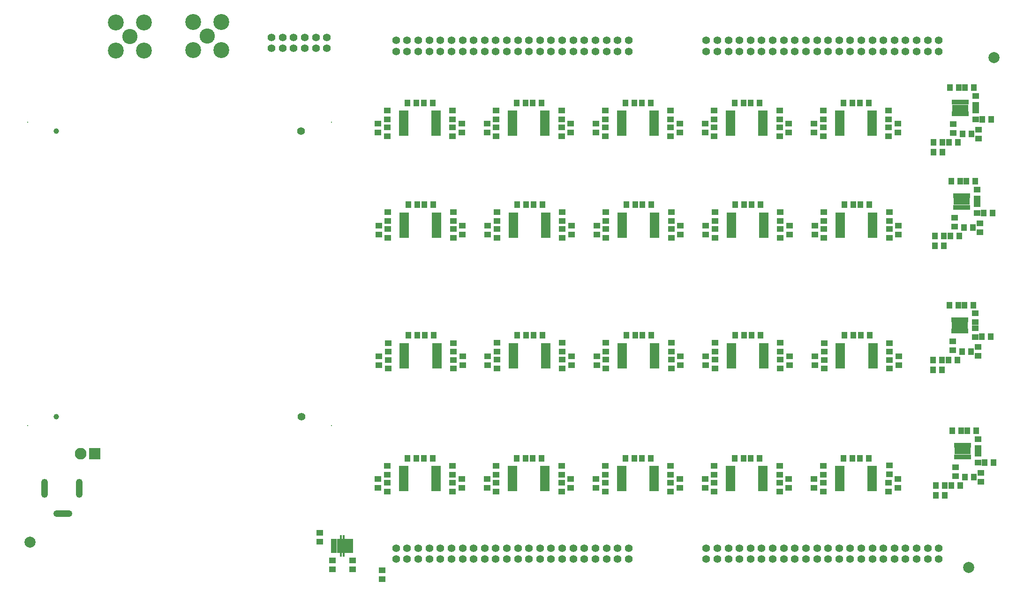
<source format=gbs>
G04*
G04 #@! TF.GenerationSoftware,Altium Limited,Altium Designer,23.3.1 (30)*
G04*
G04 Layer_Color=16711935*
%FSLAX44Y44*%
%MOMM*%
G71*
G04*
G04 #@! TF.SameCoordinates,BD36C32B-B9C7-4E4D-8C4A-4C0C75BD15CB*
G04*
G04*
G04 #@! TF.FilePolarity,Negative*
G04*
G01*
G75*
%ADD36C,0.0000*%
%ADD38C,2.0000*%
%ADD39R,0.9906X1.1684*%
%ADD43R,1.0532X0.4832*%
%ADD44R,1.8532X2.6032*%
%ADD45R,0.4232X0.9032*%
%ADD46R,1.1684X0.9906*%
%ADD47R,0.5032X0.8532*%
%ADD48R,2.8632X1.3032*%
%ADD49R,1.6782X0.6532*%
%ADD56O,3.4532X1.2032*%
%ADD57O,1.2032X3.4532*%
%ADD58R,0.2032X0.2032*%
%ADD59C,1.0033*%
%ADD60C,1.4031*%
%ADD61C,2.8702*%
%ADD62C,2.7432*%
%ADD63R,2.1032X2.1032*%
%ADD64C,2.1032*%
%ADD65C,1.4032*%
%ADD66C,0.7032*%
D36*
X432890Y496570D02*
G03*
X432890Y496570I-8710J0D01*
G01*
X407490D02*
G03*
X407490Y496570I-8710J0D01*
G01*
D38*
X307340Y336550D02*
D03*
X2048510Y1212850D02*
D03*
X2002790Y290830D02*
D03*
D39*
X2031057Y480990D02*
D03*
X2047059D02*
D03*
X1943427Y439080D02*
D03*
X1959429D02*
D03*
Y421300D02*
D03*
X1943427D02*
D03*
X1999688Y538140D02*
D03*
X2015690D02*
D03*
X1995878Y454320D02*
D03*
X2011880D02*
D03*
X1988639Y538140D02*
D03*
X1972637D02*
D03*
X1986861Y439080D02*
D03*
X1970859D02*
D03*
X1597152Y710819D02*
D03*
X1581150D02*
D03*
X1965960Y666369D02*
D03*
X1981962D02*
D03*
X1967738Y765429D02*
D03*
X1983740D02*
D03*
X2006981Y681609D02*
D03*
X1990979D02*
D03*
X2010791Y765429D02*
D03*
X1994789D02*
D03*
X1938528Y648589D02*
D03*
X1954530D02*
D03*
Y666369D02*
D03*
X1938528D02*
D03*
X2042160Y708279D02*
D03*
X2026158D02*
D03*
X1966722Y1059561D02*
D03*
X1982724D02*
D03*
X1968500Y1158621D02*
D03*
X1984502D02*
D03*
X2007743Y1074801D02*
D03*
X1991741D02*
D03*
X2011553Y1158621D02*
D03*
X1995551D02*
D03*
X1939290Y1041781D02*
D03*
X1955292D02*
D03*
Y1059561D02*
D03*
X1939290D02*
D03*
X2042922Y1101471D02*
D03*
X2026920D02*
D03*
X1985264Y890270D02*
D03*
X1969262D02*
D03*
X1987042Y989330D02*
D03*
X1971040D02*
D03*
X1994281Y905510D02*
D03*
X2010283D02*
D03*
X1998091Y989330D02*
D03*
X2014093D02*
D03*
X1957832Y872490D02*
D03*
X1941830D02*
D03*
Y890270D02*
D03*
X1957832D02*
D03*
X2029460Y932180D02*
D03*
X2045462D02*
D03*
X1778000Y947039D02*
D03*
X1794002D02*
D03*
X1807210D02*
D03*
X1823212D02*
D03*
X1610360Y710819D02*
D03*
X1626362D02*
D03*
X1792732Y488569D02*
D03*
X1776730D02*
D03*
X1821942D02*
D03*
X1805940D02*
D03*
X1232662Y710819D02*
D03*
X1216660D02*
D03*
X1203452D02*
D03*
X1187450D02*
D03*
X1429512D02*
D03*
X1413510D02*
D03*
X1006886Y710688D02*
D03*
X990884D02*
D03*
X1036096D02*
D03*
X1020094D02*
D03*
X1794286D02*
D03*
X1778284D02*
D03*
X1823496D02*
D03*
X1807494D02*
D03*
X1400302Y710819D02*
D03*
X1384300D02*
D03*
X1428242Y488569D02*
D03*
X1412240D02*
D03*
X1399032D02*
D03*
X1383030D02*
D03*
X1231392D02*
D03*
X1215390D02*
D03*
X1202182D02*
D03*
X1186180D02*
D03*
X1005332D02*
D03*
X989330D02*
D03*
X1034542D02*
D03*
X1018540D02*
D03*
X1595882D02*
D03*
X1579880D02*
D03*
X1625092D02*
D03*
X1609090D02*
D03*
X989330Y1131189D02*
D03*
X1005332D02*
D03*
X1018540D02*
D03*
X1034542D02*
D03*
X1006602Y947039D02*
D03*
X990600D02*
D03*
X1035812D02*
D03*
X1019810D02*
D03*
X1231392Y1131189D02*
D03*
X1215390D02*
D03*
X1202182D02*
D03*
X1186180D02*
D03*
X1203452Y947039D02*
D03*
X1187450D02*
D03*
X1232662D02*
D03*
X1216660D02*
D03*
X1428242Y1131189D02*
D03*
X1412240D02*
D03*
X1399032D02*
D03*
X1383030D02*
D03*
X1400302Y947039D02*
D03*
X1384300D02*
D03*
X1429512D02*
D03*
X1413510D02*
D03*
X1595882Y1131189D02*
D03*
X1579880D02*
D03*
X1625092D02*
D03*
X1609090D02*
D03*
X1597152Y947039D02*
D03*
X1581150D02*
D03*
X1626362D02*
D03*
X1610360D02*
D03*
X1792732Y1131189D02*
D03*
X1776730D02*
D03*
X1821942D02*
D03*
X1805940D02*
D03*
D43*
X856470Y320200D02*
D03*
Y325200D02*
D03*
Y330200D02*
D03*
Y335200D02*
D03*
Y340200D02*
D03*
X885970D02*
D03*
Y335200D02*
D03*
Y330200D02*
D03*
Y325200D02*
D03*
Y320200D02*
D03*
D44*
X871220Y330200D02*
D03*
D45*
X868720Y345700D02*
D03*
X873720D02*
D03*
Y314700D02*
D03*
X868720D02*
D03*
D46*
X943610Y270129D02*
D03*
Y286131D02*
D03*
X853440Y303911D02*
D03*
Y287909D02*
D03*
X830580Y337439D02*
D03*
Y353441D02*
D03*
X890270Y303911D02*
D03*
Y287909D02*
D03*
X1283970Y450850D02*
D03*
Y434848D02*
D03*
X1739900Y428498D02*
D03*
Y444500D02*
D03*
X1978479Y472481D02*
D03*
Y456479D02*
D03*
X2024199Y462321D02*
D03*
Y446319D02*
D03*
X2019119Y496611D02*
D03*
Y480609D02*
D03*
Y507279D02*
D03*
Y523281D02*
D03*
X1973580Y683768D02*
D03*
Y699770D02*
D03*
X2019300Y673608D02*
D03*
Y689610D02*
D03*
X2014220Y750570D02*
D03*
Y734568D02*
D03*
Y707898D02*
D03*
Y723900D02*
D03*
X1974342Y1076960D02*
D03*
Y1092962D02*
D03*
X2020062Y1066800D02*
D03*
Y1082802D02*
D03*
X2014982Y1143762D02*
D03*
Y1127760D02*
D03*
Y1101090D02*
D03*
Y1117092D02*
D03*
X2022602Y897509D02*
D03*
Y913511D02*
D03*
X1976882Y907669D02*
D03*
Y923671D02*
D03*
X2017522Y958469D02*
D03*
Y974471D02*
D03*
Y947801D02*
D03*
Y931799D02*
D03*
X1268730Y917448D02*
D03*
Y933450D02*
D03*
Y902970D02*
D03*
Y886968D02*
D03*
X1741170D02*
D03*
Y902970D02*
D03*
X1859280D02*
D03*
Y886968D02*
D03*
X1741170Y933450D02*
D03*
Y917448D02*
D03*
X1859280D02*
D03*
Y933450D02*
D03*
X1875790Y909320D02*
D03*
Y893318D02*
D03*
X1724660D02*
D03*
Y909320D02*
D03*
X1544320Y650748D02*
D03*
Y666750D02*
D03*
X1662430D02*
D03*
Y650748D02*
D03*
X1544320Y697230D02*
D03*
Y681228D02*
D03*
X1662430D02*
D03*
Y697230D02*
D03*
X1678940Y673100D02*
D03*
Y657098D02*
D03*
X1527810D02*
D03*
Y673100D02*
D03*
X1858010Y428498D02*
D03*
Y444500D02*
D03*
X1739900Y458978D02*
D03*
Y474980D02*
D03*
X1859280Y475361D02*
D03*
Y459359D02*
D03*
X1874520Y434848D02*
D03*
Y450850D02*
D03*
X1723390D02*
D03*
Y434848D02*
D03*
X1150620Y666750D02*
D03*
Y650748D02*
D03*
X1134110Y673100D02*
D03*
Y657098D02*
D03*
X1150620Y681228D02*
D03*
Y697230D02*
D03*
X1465580D02*
D03*
Y681228D02*
D03*
X1285240Y657098D02*
D03*
Y673100D02*
D03*
X937544Y672969D02*
D03*
Y656967D02*
D03*
X954054Y681097D02*
D03*
Y697099D02*
D03*
Y666619D02*
D03*
Y650617D02*
D03*
X1268730Y697230D02*
D03*
Y681228D02*
D03*
X1465580Y650748D02*
D03*
Y666750D02*
D03*
X1482090Y657098D02*
D03*
Y673100D02*
D03*
X1741454Y681097D02*
D03*
Y697099D02*
D03*
X1724944Y672969D02*
D03*
Y656967D02*
D03*
X1741454Y666619D02*
D03*
Y650617D02*
D03*
X1859564Y697099D02*
D03*
Y681097D02*
D03*
X1876074Y656967D02*
D03*
Y672969D02*
D03*
X1859564Y650617D02*
D03*
Y666619D02*
D03*
X1268730Y650748D02*
D03*
Y666750D02*
D03*
X1072164Y697099D02*
D03*
Y681097D02*
D03*
Y650617D02*
D03*
Y666619D02*
D03*
X1088674Y656967D02*
D03*
Y672969D02*
D03*
X1347470Y666750D02*
D03*
Y650748D02*
D03*
Y681228D02*
D03*
Y697230D02*
D03*
X1330960Y673100D02*
D03*
Y657098D02*
D03*
X1661160Y428498D02*
D03*
Y444500D02*
D03*
X1677670Y434848D02*
D03*
Y450850D02*
D03*
X1661160Y474980D02*
D03*
Y458978D02*
D03*
X1346200D02*
D03*
Y474980D02*
D03*
X1464310Y428498D02*
D03*
Y444500D02*
D03*
X1480820Y434848D02*
D03*
Y450850D02*
D03*
X1464310Y474980D02*
D03*
Y458978D02*
D03*
X1329690Y450850D02*
D03*
Y434848D02*
D03*
X1346200Y444500D02*
D03*
Y428498D02*
D03*
X1149350Y444500D02*
D03*
Y428498D02*
D03*
X952500Y444500D02*
D03*
Y428498D02*
D03*
X935990Y434848D02*
D03*
Y450850D02*
D03*
X952500Y458978D02*
D03*
Y474980D02*
D03*
X1267460Y428498D02*
D03*
Y444500D02*
D03*
Y474980D02*
D03*
Y458978D02*
D03*
X1132840Y450850D02*
D03*
Y434848D02*
D03*
X1149350Y458978D02*
D03*
Y474980D02*
D03*
X1070610D02*
D03*
Y458978D02*
D03*
Y428498D02*
D03*
Y444500D02*
D03*
X1087120Y434848D02*
D03*
Y450850D02*
D03*
X1543050Y458978D02*
D03*
Y474980D02*
D03*
X1526540Y450850D02*
D03*
Y434848D02*
D03*
X1543050Y444500D02*
D03*
Y428498D02*
D03*
X935990Y1077468D02*
D03*
Y1093470D02*
D03*
X952500Y1117600D02*
D03*
Y1101598D02*
D03*
Y1071118D02*
D03*
Y1087120D02*
D03*
X1070610Y1101598D02*
D03*
Y1117600D02*
D03*
X1149350Y1101598D02*
D03*
Y1117600D02*
D03*
X1070610Y1087120D02*
D03*
Y1071118D02*
D03*
X1087120Y1093470D02*
D03*
Y1077468D02*
D03*
X1132840Y1093470D02*
D03*
Y1077468D02*
D03*
X1149350Y1087120D02*
D03*
Y1071118D02*
D03*
X937260Y909320D02*
D03*
Y893318D02*
D03*
X953770Y917448D02*
D03*
Y933450D02*
D03*
Y902970D02*
D03*
Y886968D02*
D03*
X1071880Y933450D02*
D03*
Y917448D02*
D03*
X1150620D02*
D03*
Y933450D02*
D03*
X1071880Y886968D02*
D03*
Y902970D02*
D03*
X1088390Y893318D02*
D03*
Y909320D02*
D03*
X1134110D02*
D03*
Y893318D02*
D03*
X1150620Y902970D02*
D03*
Y886968D02*
D03*
X1267460Y1117600D02*
D03*
Y1101598D02*
D03*
X1346200D02*
D03*
Y1117600D02*
D03*
X1283970Y1077468D02*
D03*
Y1093470D02*
D03*
X1329690D02*
D03*
Y1077468D02*
D03*
X1267460Y1071118D02*
D03*
Y1087120D02*
D03*
X1346200D02*
D03*
Y1071118D02*
D03*
X1347470Y917448D02*
D03*
Y933450D02*
D03*
X1464310Y1117600D02*
D03*
Y1101598D02*
D03*
X1543050D02*
D03*
Y1117600D02*
D03*
X1526540Y1093470D02*
D03*
Y1077468D02*
D03*
X1480820D02*
D03*
Y1093470D02*
D03*
X1464310Y1071118D02*
D03*
Y1087120D02*
D03*
X1543050D02*
D03*
Y1071118D02*
D03*
X1465580Y933450D02*
D03*
Y917448D02*
D03*
X1544320D02*
D03*
Y933450D02*
D03*
X1285240Y893318D02*
D03*
Y909320D02*
D03*
X1330960D02*
D03*
Y893318D02*
D03*
X1347470Y902970D02*
D03*
Y886968D02*
D03*
X1482090Y893318D02*
D03*
Y909320D02*
D03*
X1527810D02*
D03*
Y893318D02*
D03*
X1465580Y886968D02*
D03*
Y902970D02*
D03*
X1544320D02*
D03*
Y886968D02*
D03*
X1661160Y1117600D02*
D03*
Y1101598D02*
D03*
X1677670Y1077468D02*
D03*
Y1093470D02*
D03*
X1723390D02*
D03*
Y1077468D02*
D03*
X1739900Y1101598D02*
D03*
Y1117600D02*
D03*
X1662430Y933450D02*
D03*
Y917448D02*
D03*
X1661160Y1071118D02*
D03*
Y1087120D02*
D03*
X1739900D02*
D03*
Y1071118D02*
D03*
X1662430Y886968D02*
D03*
Y902970D02*
D03*
X1678940Y893318D02*
D03*
Y909320D02*
D03*
X1858010Y1117600D02*
D03*
Y1101598D02*
D03*
X1874520Y1077468D02*
D03*
Y1093470D02*
D03*
X1858010Y1071118D02*
D03*
Y1087120D02*
D03*
D47*
X1978860Y512150D02*
D03*
X1983860D02*
D03*
X1988860D02*
D03*
X1993860D02*
D03*
X1998860D02*
D03*
X2003860D02*
D03*
Y491150D02*
D03*
X1998860D02*
D03*
X1993860D02*
D03*
X1988860D02*
D03*
X1983860D02*
D03*
X1978860D02*
D03*
X1973961Y718439D02*
D03*
X1978961D02*
D03*
X1983961D02*
D03*
X1988961D02*
D03*
X1993961D02*
D03*
X1998961D02*
D03*
Y739439D02*
D03*
X1993961D02*
D03*
X1988961D02*
D03*
X1983961D02*
D03*
X1978961D02*
D03*
X1973961D02*
D03*
X1974723Y1111631D02*
D03*
X1979723D02*
D03*
X1984723D02*
D03*
X1989723D02*
D03*
X1994723D02*
D03*
X1999723D02*
D03*
Y1132631D02*
D03*
X1994723D02*
D03*
X1989723D02*
D03*
X1984723D02*
D03*
X1979723D02*
D03*
X1974723D02*
D03*
X1977263Y963340D02*
D03*
X1982263D02*
D03*
X1987263D02*
D03*
X1992263D02*
D03*
X1997263D02*
D03*
X2002263D02*
D03*
Y942340D02*
D03*
X1997263D02*
D03*
X1992263D02*
D03*
X1987263D02*
D03*
X1982263D02*
D03*
X1977263D02*
D03*
D48*
X1991360Y501650D02*
D03*
X1986461Y728939D02*
D03*
X1987223Y1122131D02*
D03*
X1989763Y952840D02*
D03*
D49*
X1770591Y929709D02*
D03*
Y923209D02*
D03*
Y916709D02*
D03*
Y910209D02*
D03*
Y903709D02*
D03*
Y897209D02*
D03*
Y890709D02*
D03*
X1829351D02*
D03*
Y897209D02*
D03*
Y903709D02*
D03*
Y910209D02*
D03*
Y916709D02*
D03*
Y923209D02*
D03*
Y929709D02*
D03*
X1573741Y693489D02*
D03*
Y686989D02*
D03*
Y680489D02*
D03*
Y673989D02*
D03*
Y667489D02*
D03*
Y660989D02*
D03*
Y654489D02*
D03*
X1632501D02*
D03*
Y660989D02*
D03*
Y667489D02*
D03*
Y673989D02*
D03*
Y680489D02*
D03*
Y686989D02*
D03*
Y693489D02*
D03*
X1828081Y471239D02*
D03*
Y464739D02*
D03*
Y458239D02*
D03*
Y451739D02*
D03*
Y445239D02*
D03*
Y438739D02*
D03*
Y432239D02*
D03*
X1769321D02*
D03*
Y438739D02*
D03*
Y445239D02*
D03*
Y451739D02*
D03*
Y458239D02*
D03*
Y464739D02*
D03*
Y471239D02*
D03*
X1042235Y693358D02*
D03*
Y686858D02*
D03*
Y680358D02*
D03*
Y673858D02*
D03*
Y667358D02*
D03*
Y660858D02*
D03*
Y654358D02*
D03*
X983475D02*
D03*
Y660858D02*
D03*
Y667358D02*
D03*
Y673858D02*
D03*
Y680358D02*
D03*
Y686858D02*
D03*
Y693358D02*
D03*
X1238801Y693489D02*
D03*
Y686989D02*
D03*
Y680489D02*
D03*
Y673989D02*
D03*
Y667489D02*
D03*
Y660989D02*
D03*
Y654489D02*
D03*
X1180041D02*
D03*
Y660989D02*
D03*
Y667489D02*
D03*
Y673989D02*
D03*
Y680489D02*
D03*
Y686989D02*
D03*
Y693489D02*
D03*
X1435651D02*
D03*
Y686989D02*
D03*
Y680489D02*
D03*
Y673989D02*
D03*
Y667489D02*
D03*
Y660989D02*
D03*
Y654489D02*
D03*
X1376891D02*
D03*
Y660989D02*
D03*
Y667489D02*
D03*
Y673989D02*
D03*
Y680489D02*
D03*
Y686989D02*
D03*
Y693489D02*
D03*
X1829635Y693358D02*
D03*
Y686858D02*
D03*
Y680358D02*
D03*
Y673858D02*
D03*
Y667358D02*
D03*
Y660858D02*
D03*
Y654358D02*
D03*
X1770875D02*
D03*
Y660858D02*
D03*
Y667358D02*
D03*
Y673858D02*
D03*
Y680358D02*
D03*
Y686858D02*
D03*
Y693358D02*
D03*
X1434381Y471239D02*
D03*
Y464739D02*
D03*
Y458239D02*
D03*
Y451739D02*
D03*
Y445239D02*
D03*
Y438739D02*
D03*
Y432239D02*
D03*
X1375621D02*
D03*
Y438739D02*
D03*
Y445239D02*
D03*
Y451739D02*
D03*
Y458239D02*
D03*
Y464739D02*
D03*
Y471239D02*
D03*
X1237531D02*
D03*
Y464739D02*
D03*
Y458239D02*
D03*
Y451739D02*
D03*
Y445239D02*
D03*
Y438739D02*
D03*
Y432239D02*
D03*
X1178771D02*
D03*
Y438739D02*
D03*
Y445239D02*
D03*
Y451739D02*
D03*
Y458239D02*
D03*
Y464739D02*
D03*
Y471239D02*
D03*
X1040681D02*
D03*
Y464739D02*
D03*
Y458239D02*
D03*
Y451739D02*
D03*
Y445239D02*
D03*
Y438739D02*
D03*
Y432239D02*
D03*
X981921D02*
D03*
Y438739D02*
D03*
Y445239D02*
D03*
Y451739D02*
D03*
Y458239D02*
D03*
Y464739D02*
D03*
Y471239D02*
D03*
X1631231D02*
D03*
Y464739D02*
D03*
Y458239D02*
D03*
Y451739D02*
D03*
Y445239D02*
D03*
Y438739D02*
D03*
Y432239D02*
D03*
X1572471D02*
D03*
Y438739D02*
D03*
Y445239D02*
D03*
Y451739D02*
D03*
Y458239D02*
D03*
Y464739D02*
D03*
Y471239D02*
D03*
X981921Y1113859D02*
D03*
Y1107359D02*
D03*
Y1100859D02*
D03*
Y1094359D02*
D03*
Y1087859D02*
D03*
Y1081359D02*
D03*
Y1074859D02*
D03*
X1040681D02*
D03*
Y1081359D02*
D03*
Y1087859D02*
D03*
Y1094359D02*
D03*
Y1100859D02*
D03*
Y1107359D02*
D03*
Y1113859D02*
D03*
X1041951Y929709D02*
D03*
Y923209D02*
D03*
Y916709D02*
D03*
Y910209D02*
D03*
Y903709D02*
D03*
Y897209D02*
D03*
Y890709D02*
D03*
X983191D02*
D03*
Y897209D02*
D03*
Y903709D02*
D03*
Y910209D02*
D03*
Y916709D02*
D03*
Y923209D02*
D03*
Y929709D02*
D03*
X1237531Y1113859D02*
D03*
Y1107359D02*
D03*
Y1100859D02*
D03*
Y1094359D02*
D03*
Y1087859D02*
D03*
Y1081359D02*
D03*
Y1074859D02*
D03*
X1178771D02*
D03*
Y1081359D02*
D03*
Y1087859D02*
D03*
Y1094359D02*
D03*
Y1100859D02*
D03*
Y1107359D02*
D03*
Y1113859D02*
D03*
X1434381D02*
D03*
Y1107359D02*
D03*
Y1100859D02*
D03*
Y1094359D02*
D03*
Y1087859D02*
D03*
Y1081359D02*
D03*
Y1074859D02*
D03*
X1375621D02*
D03*
Y1081359D02*
D03*
Y1087859D02*
D03*
Y1094359D02*
D03*
Y1100859D02*
D03*
Y1107359D02*
D03*
Y1113859D02*
D03*
X1238801Y929709D02*
D03*
Y923209D02*
D03*
Y916709D02*
D03*
Y910209D02*
D03*
Y903709D02*
D03*
Y897209D02*
D03*
Y890709D02*
D03*
X1180041D02*
D03*
Y897209D02*
D03*
Y903709D02*
D03*
Y910209D02*
D03*
Y916709D02*
D03*
Y923209D02*
D03*
Y929709D02*
D03*
X1435651D02*
D03*
Y923209D02*
D03*
Y916709D02*
D03*
Y910209D02*
D03*
Y903709D02*
D03*
Y897209D02*
D03*
Y890709D02*
D03*
X1376891D02*
D03*
Y897209D02*
D03*
Y903709D02*
D03*
Y910209D02*
D03*
Y916709D02*
D03*
Y923209D02*
D03*
Y929709D02*
D03*
X1631231Y1113859D02*
D03*
Y1107359D02*
D03*
Y1100859D02*
D03*
Y1094359D02*
D03*
Y1087859D02*
D03*
Y1081359D02*
D03*
Y1074859D02*
D03*
X1572471D02*
D03*
Y1081359D02*
D03*
Y1087859D02*
D03*
Y1094359D02*
D03*
Y1100859D02*
D03*
Y1107359D02*
D03*
Y1113859D02*
D03*
X1632501Y929709D02*
D03*
Y923209D02*
D03*
Y916709D02*
D03*
Y910209D02*
D03*
Y903709D02*
D03*
Y897209D02*
D03*
Y890709D02*
D03*
X1573741D02*
D03*
Y897209D02*
D03*
Y903709D02*
D03*
Y910209D02*
D03*
Y916709D02*
D03*
Y923209D02*
D03*
Y929709D02*
D03*
X1828081Y1113859D02*
D03*
Y1107359D02*
D03*
Y1100859D02*
D03*
Y1094359D02*
D03*
Y1087859D02*
D03*
Y1081359D02*
D03*
Y1074859D02*
D03*
X1769321D02*
D03*
Y1081359D02*
D03*
Y1087859D02*
D03*
Y1094359D02*
D03*
Y1100859D02*
D03*
Y1107359D02*
D03*
Y1113859D02*
D03*
D56*
X366390Y388340D02*
D03*
D57*
X333390Y434340D02*
D03*
X396390D02*
D03*
D58*
X852170Y547370D02*
D03*
X303327Y547446D02*
D03*
Y1096170D02*
D03*
X852000Y1095969D02*
D03*
D59*
X355326Y563728D02*
D03*
X355072Y1080618D02*
D03*
D60*
X797326Y563728D02*
D03*
X797072Y1080618D02*
D03*
D61*
X513080Y1225550D02*
D03*
X462280D02*
D03*
Y1276350D02*
D03*
X513080D02*
D03*
X652780Y1226820D02*
D03*
X601980D02*
D03*
Y1277620D02*
D03*
X652780D02*
D03*
D62*
X487680Y1250950D02*
D03*
X627380Y1252220D02*
D03*
D63*
X424180Y496570D02*
D03*
D64*
X398780D02*
D03*
D65*
X743589Y1229680D02*
D03*
X743590Y1249680D02*
D03*
X763589Y1229680D02*
D03*
X783589D02*
D03*
X803589D02*
D03*
X823589D02*
D03*
X843589D02*
D03*
X763590Y1249680D02*
D03*
X783590D02*
D03*
X803590D02*
D03*
X823590D02*
D03*
X843590D02*
D03*
X1708631Y326230D02*
D03*
X1948630D02*
D03*
X1928630D02*
D03*
X1908630D02*
D03*
X1888630D02*
D03*
X1868630D02*
D03*
X1848630D02*
D03*
X1828630D02*
D03*
X1808630D02*
D03*
X1788630D02*
D03*
X1768630D02*
D03*
X1748631D02*
D03*
X1728631D02*
D03*
X1688631D02*
D03*
X1668631D02*
D03*
X1648631D02*
D03*
X1628631D02*
D03*
X1608631D02*
D03*
X1588631D02*
D03*
X1568631D02*
D03*
X1548631D02*
D03*
X1948629Y306230D02*
D03*
X1928629D02*
D03*
X1908629D02*
D03*
X1888629D02*
D03*
X1868629D02*
D03*
X1848629D02*
D03*
X1828629D02*
D03*
X1808629D02*
D03*
X1788629D02*
D03*
X1768629D02*
D03*
X1748629D02*
D03*
X1728630D02*
D03*
X1708630D02*
D03*
X1688630D02*
D03*
X1668630D02*
D03*
X1648630D02*
D03*
X1628630D02*
D03*
X1608630D02*
D03*
X1588630D02*
D03*
X1568630D02*
D03*
X1548630D02*
D03*
X1528631Y326230D02*
D03*
X1528630Y306230D02*
D03*
X1388560Y326230D02*
D03*
X1368560D02*
D03*
X1348560D02*
D03*
X1328560D02*
D03*
X1308560D02*
D03*
X1288560D02*
D03*
X1268560D02*
D03*
X1248560D02*
D03*
X1228560D02*
D03*
X1208560D02*
D03*
X1188560D02*
D03*
X1168560D02*
D03*
X1148561D02*
D03*
X1128561D02*
D03*
X1108561D02*
D03*
X1088561D02*
D03*
X1068561D02*
D03*
X1048561D02*
D03*
X1028561D02*
D03*
X1008561D02*
D03*
X988561D02*
D03*
X1388559Y306230D02*
D03*
X1368559D02*
D03*
X1348559D02*
D03*
X1328559D02*
D03*
X1308559D02*
D03*
X1288559D02*
D03*
X1268559D02*
D03*
X1248559D02*
D03*
X1228559D02*
D03*
X1208559D02*
D03*
X1188559D02*
D03*
X1168560D02*
D03*
X1148560D02*
D03*
X1128560D02*
D03*
X1108560D02*
D03*
X1088560D02*
D03*
X1068560D02*
D03*
X1048560D02*
D03*
X1028560D02*
D03*
X1008560D02*
D03*
X988560D02*
D03*
X968561Y326230D02*
D03*
X968560Y306230D02*
D03*
X1948630Y1244440D02*
D03*
X1928630D02*
D03*
X1908630D02*
D03*
X1888630D02*
D03*
X1868630D02*
D03*
X1848630D02*
D03*
X1828630D02*
D03*
X1808630D02*
D03*
X1788630D02*
D03*
X1768630D02*
D03*
X1748630D02*
D03*
X1728630D02*
D03*
X1708631D02*
D03*
X1688631D02*
D03*
X1668631D02*
D03*
X1648631D02*
D03*
X1628631D02*
D03*
X1608631D02*
D03*
X1588631D02*
D03*
X1568631D02*
D03*
X1548631D02*
D03*
X1948629Y1224440D02*
D03*
X1928629D02*
D03*
X1908629D02*
D03*
X1888629D02*
D03*
X1868629D02*
D03*
X1848629D02*
D03*
X1828629D02*
D03*
X1808629D02*
D03*
X1788629D02*
D03*
X1768629D02*
D03*
X1748629D02*
D03*
X1728630D02*
D03*
X1708630D02*
D03*
X1688630D02*
D03*
X1668630D02*
D03*
X1648630D02*
D03*
X1628630D02*
D03*
X1608630D02*
D03*
X1588630D02*
D03*
X1568630D02*
D03*
X1548630D02*
D03*
X1528631Y1244440D02*
D03*
X1528630Y1224440D02*
D03*
X1388560Y1244440D02*
D03*
X1368560D02*
D03*
X1348560D02*
D03*
X1328560D02*
D03*
X1308560D02*
D03*
X1288560D02*
D03*
X1268560D02*
D03*
X1248560D02*
D03*
X1228560D02*
D03*
X1208560D02*
D03*
X1188560D02*
D03*
X1168560D02*
D03*
X1148560D02*
D03*
X1128560D02*
D03*
X1108560D02*
D03*
X1088561D02*
D03*
X1068561D02*
D03*
X1048561D02*
D03*
X1028561D02*
D03*
X1008561D02*
D03*
X988561D02*
D03*
X1388559Y1224440D02*
D03*
X1368559D02*
D03*
X1348559D02*
D03*
X1328559D02*
D03*
X1308559D02*
D03*
X1288559D02*
D03*
X1268559D02*
D03*
X1248559D02*
D03*
X1228559D02*
D03*
X1208559D02*
D03*
X1188559D02*
D03*
X1168560D02*
D03*
X1148560D02*
D03*
X1128560D02*
D03*
X1108560D02*
D03*
X1088560D02*
D03*
X1068560D02*
D03*
X1048560D02*
D03*
X1028560D02*
D03*
X1008560D02*
D03*
X988560D02*
D03*
X968561Y1244440D02*
D03*
X968560Y1224440D02*
D03*
D66*
X952500Y1117600D02*
D03*
X937260Y893318D02*
D03*
X1329690Y434848D02*
D03*
X1070610Y1117600D02*
D03*
X1283970Y1077468D02*
D03*
X1480820D02*
D03*
X1677670D02*
D03*
X1874520D02*
D03*
X1984502Y1158621D02*
D03*
X1974342Y1076960D02*
D03*
X2020570Y1066800D02*
D03*
M02*

</source>
